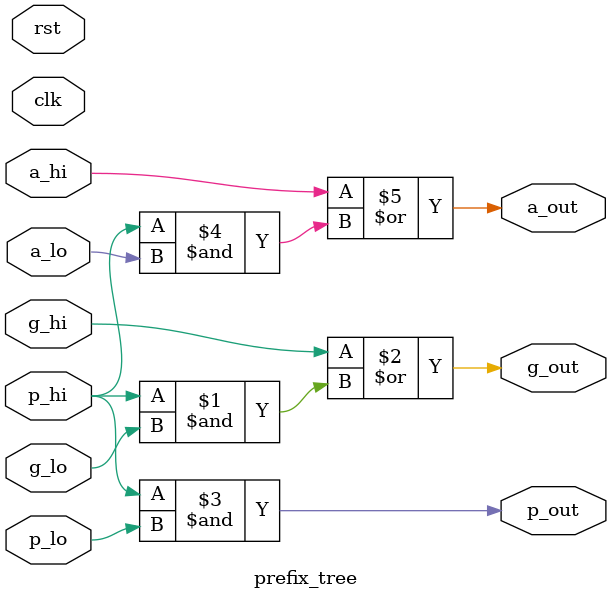
<source format=sv>

module prefix_tree #(
    parameter bit PIPE = 0
) (
    input  logic clk,
    input  logic rst,
    input  logic g_hi,  // Generate high (MSB)
    input  logic p_hi,  // Propagate high (MSB)
    input  logic a_hi,  // Auxiliary high (MSB)
    input  logic g_lo,  // Generate low (LSB)
    input  logic p_lo,  // Propagate low (LSB)
    input  logic a_lo,  // Auxiliary low (LSB)
    output logic g_out, // Group generate
    output logic p_out, // Group propagate
    output logic a_out  // Auxiliary output
);

    // Combinational prefix cell
    assign g_out = g_hi | (p_hi & g_lo);
    assign p_out = p_hi & p_lo;
    assign a_out = a_hi | (p_hi & a_lo);

endmodule

</source>
